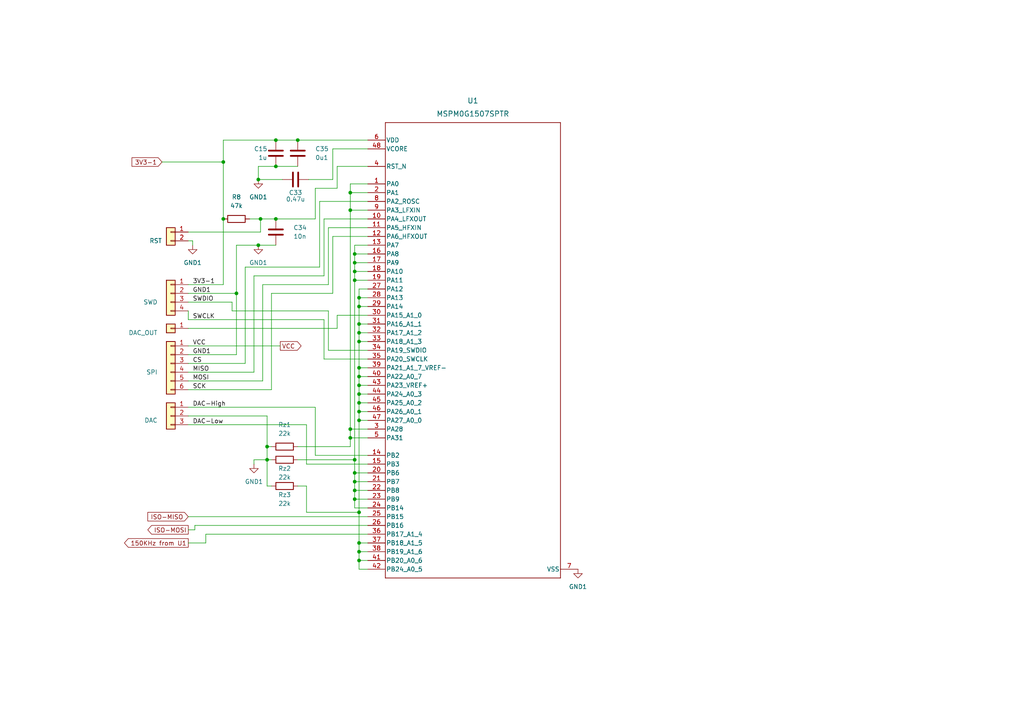
<source format=kicad_sch>
(kicad_sch (version 20230121) (generator eeschema)
  (paper "A4")
  (lib_symbols
    (symbol "Connector_Generic:Conn_01x01" (pin_names (offset 1.016) hide)
      (property "Reference" "J" (at 0 2.54 0))
      (property "Value" "Conn_01x01" (at 0 -2.54 0))
      (symbol "Conn_01x01_1_1"
        (rectangle (start -1.27 0.127) (end 0 -0.127) (stroke (width 0.1524)))
        (rectangle (start -1.27 1.27) (end 1.27 -1.27) (stroke (width 0.254)) (fill (type background)))
        (pin passive line (at -5.08 0 0) (length 3.81) (name "Pin_1") (number "1"))
      )
    )
    (symbol "Connector_Generic:Conn_01x02" (pin_names (offset 1.016) hide)
      (property "Reference" "J" (at 0 2.54 0))
      (property "Value" "Conn_01x02" (at 0 -5.08 0))
      (symbol "Conn_01x02_1_1"
        (rectangle (start -1.27 -2.413) (end 0 -2.667) (stroke (width 0.1524)))
        (rectangle (start -1.27 0.127) (end 0 -0.127) (stroke (width 0.1524)))
        (rectangle (start -1.27 1.27) (end 1.27 -3.81) (stroke (width 0.254)) (fill (type background)))
        (pin passive line (at -5.08 0 0) (length 3.81) (name "Pin_1") (number "1"))
        (pin passive line (at -5.08 -2.54 0) (length 3.81) (name "Pin_2") (number "2"))
      )
    )
    (symbol "Connector_Generic:Conn_01x03" (pin_names (offset 1.016) hide)
      (property "Reference" "J" (at 0 5.08 0))
      (property "Value" "Conn_01x03" (at 0 -5.08 0))
      (symbol "Conn_01x03_1_1"
        (rectangle (start -1.27 -2.413) (end 0 -2.667) (stroke (width 0.1524)))
        (rectangle (start -1.27 0.127) (end 0 -0.127) (stroke (width 0.1524)))
        (rectangle (start -1.27 2.667) (end 0 2.413) (stroke (width 0.1524)))
        (rectangle (start -1.27 3.81) (end 1.27 -3.81) (stroke (width 0.254)) (fill (type background)))
        (pin passive line (at -5.08 2.54 0) (length 3.81) (name "Pin_1") (number "1"))
        (pin passive line (at -5.08 0 0) (length 3.81) (name "Pin_2") (number "2"))
        (pin passive line (at -5.08 -2.54 0) (length 3.81) (name "Pin_3") (number "3"))
      )
    )
    (symbol "Connector_Generic:Conn_01x04" (pin_names (offset 1.016) hide)
      (property "Reference" "J" (at 0 5.08 0))
      (property "Value" "Conn_01x04" (at 0 -7.62 0))
      (symbol "Conn_01x04_1_1"
        (rectangle (start -1.27 -4.953) (end 0 -5.207) (stroke (width 0.1524)))
        (rectangle (start -1.27 -2.413) (end 0 -2.667) (stroke (width 0.1524)))
        (rectangle (start -1.27 0.127) (end 0 -0.127) (stroke (width 0.1524)))
        (rectangle (start -1.27 2.667) (end 0 2.413) (stroke (width 0.1524)))
        (rectangle (start -1.27 3.81) (end 1.27 -6.35) (stroke (width 0.254)) (fill (type background)))
        (pin passive line (at -5.08 2.54 0) (length 3.81) (name "Pin_1") (number "1"))
        (pin passive line (at -5.08 0 0) (length 3.81) (name "Pin_2") (number "2"))
        (pin passive line (at -5.08 -2.54 0) (length 3.81) (name "Pin_3") (number "3"))
        (pin passive line (at -5.08 -5.08 0) (length 3.81) (name "Pin_4") (number "4"))
      )
    )
    (symbol "Connector_Generic:Conn_01x06" (pin_names (offset 1.016) hide)
      (property "Reference" "SPI1" (at 3.81 0 0))
      (symbol "Conn_01x06_1_1"
        (rectangle (start -1.27 -7.493) (end 0 -7.747) (stroke (width 0.1524)))
        (rectangle (start -1.27 -4.953) (end 0 -5.207) (stroke (width 0.1524)))
        (rectangle (start -1.27 -2.413) (end 0 -2.667) (stroke (width 0.1524)))
        (rectangle (start -1.27 0.127) (end 0 -0.127) (stroke (width 0.1524)))
        (rectangle (start -1.27 2.667) (end 0 2.413) (stroke (width 0.1524)))
        (rectangle (start -1.27 5.207) (end 0 4.953) (stroke (width 0.1524)))
        (rectangle (start -1.27 6.35) (end 1.27 -8.89) (stroke (width 0.254)) (fill (type background)))
        (pin power_out line (at -5.08 5.08 0) (length 3.81) (name "Pin_1") (number "1"))
        (pin power_out line (at -5.08 2.54 0) (length 3.81) (name "Pin_2") (number "2"))
        (pin passive line (at -5.08 0 0) (length 3.81) (name "Pin_3") (number "3"))
        (pin passive line (at -5.08 -2.54 0) (length 3.81) (name "Pin_4") (number "4"))
        (pin passive line (at -5.08 -5.08 0) (length 3.81) (name "Pin_5") (number "5"))
        (pin passive line (at -5.08 -7.62 0) (length 3.81) (name "Pin_6") (number "6"))
      )
    )
    (symbol "Device:C" (pin_numbers hide) (pin_names (offset 0.254))
      (property "Reference" "C" (at 0.635 2.54 0))
      (property "Value" "C" (at 0.635 -2.54 0))
      (symbol "C_0_1"
        (polyline (pts (xy -2.032 -0.762) (xy 2.032 -0.762)) (stroke (width 0.508)))
        (polyline (pts (xy -2.032 0.762) (xy 2.032 0.762)) (stroke (width 0.508)))
      )
      (symbol "C_1_1"
        (pin passive line (at 0 3.81 270) (length 2.794) (name "~") (number "1"))
        (pin passive line (at 0 -3.81 90) (length 2.794) (name "~") (number "2"))
      )
    )
    (symbol "Device:R" (pin_numbers hide) (pin_names (offset 0))
      (property "Reference" "R" (at 2.032 0 90))
      (property "Value" "R" (at 0 0 90))
      (symbol "R_0_1"
        (rectangle (start -1.016 -2.54) (end 1.016 2.54) (stroke (width 0.254)))
      )
      (symbol "R_1_1"
        (pin passive line (at 0 3.81 270) (length 1.27) (name "~") (number "1"))
        (pin passive line (at 0 -3.81 90) (length 1.27) (name "~") (number "2"))
      )
    )
    (symbol "MSPM0G1507SPTR:MSPM0G1507SPTR" (pin_names (offset 0.254))
      (property "Reference" "U" (at 0 2.54 0))
      (property "Value" "MSPM0G1507SPTR" (at 0 0 0))
      (symbol "MSPM0G1507SPTR_0_1"
        (polyline (pts (xy 5.08 -127) (xy 55.88 -127)) (stroke (width 0.2032)))
        (polyline (pts (xy 5.08 5.08) (xy 5.08 -127)) (stroke (width 0.2032)))
        (polyline (pts (xy 55.88 -127) (xy 55.88 5.08)) (stroke (width 0.2032)))
        (polyline (pts (xy 55.88 5.08) (xy 5.08 5.08)) (stroke (width 0.2032)))
        (pin bidirectional line (at 0 -12.7 0) (length 5.08) (name "PA0") (number "1"))
        (pin bidirectional line (at 0 -22.86 0) (length 5.08) (name "PA4_LFXOUT") (number "10"))
        (pin bidirectional line (at 0 -25.4 0) (length 5.08) (name "PA5_HFXIN") (number "11"))
        (pin bidirectional line (at 0 -27.94 0) (length 5.08) (name "PA6_HFXOUT") (number "12"))
        (pin bidirectional line (at 0 -30.48 0) (length 5.08) (name "PA7") (number "13"))
        (pin bidirectional line (at 0 -91.44 0) (length 5.08) (name "PB2") (number "14"))
        (pin bidirectional line (at 0 -93.98 0) (length 5.08) (name "PB3") (number "15"))
        (pin bidirectional line (at 0 -33.02 0) (length 5.08) (name "PA8") (number "16"))
        (pin bidirectional line (at 0 -35.56 0) (length 5.08) (name "PA9") (number "17"))
        (pin bidirectional line (at 0 -38.1 0) (length 5.08) (name "PA10") (number "18"))
        (pin bidirectional line (at 0 -40.64 0) (length 5.08) (name "PA11") (number "19"))
        (pin bidirectional line (at 0 -15.24 0) (length 5.08) (name "PA1") (number "2"))
        (pin bidirectional line (at 0 -96.52 0) (length 5.08) (name "PB6") (number "20"))
        (pin bidirectional line (at 0 -99.06 0) (length 5.08) (name "PB7") (number "21"))
        (pin bidirectional line (at 0 -101.6 0) (length 5.08) (name "PB8") (number "22"))
        (pin bidirectional line (at 0 -104.14 0) (length 5.08) (name "PB9") (number "23"))
        (pin bidirectional line (at 0 -106.68 0) (length 5.08) (name "PB14") (number "24"))
        (pin bidirectional line (at 0 -109.22 0) (length 5.08) (name "PB15") (number "25"))
        (pin bidirectional line (at 0 -111.76 0) (length 5.08) (name "PB16") (number "26"))
        (pin bidirectional line (at 0 -43.18 0) (length 5.08) (name "PA12") (number "27"))
        (pin bidirectional line (at 0 -45.72 0) (length 5.08) (name "PA13") (number "28"))
        (pin bidirectional line (at 0 -48.26 0) (length 5.08) (name "PA14") (number "29"))
        (pin bidirectional line (at 0 -83.82 0) (length 5.08) (name "PA28") (number "3"))
        (pin bidirectional line (at 0 -50.8 0) (length 5.08) (name "PA15_A1_0") (number "30"))
        (pin bidirectional line (at 0 -53.34 0) (length 5.08) (name "PA16_A1_1") (number "31"))
        (pin bidirectional line (at 0 -55.88 0) (length 5.08) (name "PA17_A1_2") (number "32"))
        (pin bidirectional line (at 0 -58.42 0) (length 5.08) (name "PA18_A1_3") (number "33"))
        (pin bidirectional line (at 0 -60.96 0) (length 5.08) (name "PA19_SWDIO") (number "34"))
        (pin bidirectional line (at 0 -63.5 0) (length 5.08) (name "PA20_SWCLK") (number "35"))
        (pin bidirectional line (at 0 -114.3 0) (length 5.08) (name "PB17_A1_4") (number "36"))
        (pin bidirectional line (at 0 -116.84 0) (length 5.08) (name "PB18_A1_5") (number "37"))
        (pin bidirectional line (at 0 -119.38 0) (length 5.08) (name "PB19_A1_6") (number "38"))
        (pin bidirectional line (at 0 -66.04 0) (length 5.08) (name "PA21_A1_7_VREF-") (number "39"))
        (pin input line (at 0 -7.62 0) (length 5.08) (name "RST_N") (number "4"))
        (pin bidirectional line (at 0 -68.58 0) (length 5.08) (name "PA22_A0_7") (number "40"))
        (pin bidirectional line (at 0 -121.92 0) (length 5.08) (name "PB20_A0_6") (number "41"))
        (pin bidirectional line (at 0 -124.46 0) (length 5.08) (name "PB24_A0_5") (number "42"))
        (pin bidirectional line (at 0 -71.12 0) (length 5.08) (name "PA23_VREF+") (number "43"))
        (pin bidirectional line (at 0 -73.66 0) (length 5.08) (name "PA24_A0_3") (number "44"))
        (pin bidirectional line (at 0 -76.2 0) (length 5.08) (name "PA25_A0_2") (number "45"))
        (pin bidirectional line (at 0 -78.74 0) (length 5.08) (name "PA26_A0_1") (number "46"))
        (pin bidirectional line (at 0 -81.28 0) (length 5.08) (name "PA27_A0_0") (number "47"))
        (pin power_in line (at 0 -2.54 0) (length 5.08) (name "VCORE") (number "48"))
        (pin bidirectional line (at 0 -86.36 0) (length 5.08) (name "PA31") (number "5"))
        (pin power_in line (at 0 0 0) (length 5.08) (name "VDD") (number "6"))
        (pin power_in line (at 60.96 -124.46 180) (length 5.08) (name "VSS") (number "7"))
        (pin bidirectional line (at 0 -17.78 0) (length 5.08) (name "PA2_ROSC") (number "8"))
        (pin bidirectional line (at 0 -20.32 0) (length 5.08) (name "PA3_LFXIN") (number "9"))
      )
    )
    (symbol "power:GND1" (power) (pin_names (offset 0))
      (property "Value" "GND1" (at 0 -3.81 0))
      (symbol "GND1_0_1"
        (polyline (pts (xy 0 0) (xy 0 -1.27) (xy 1.27 -1.27) (xy 0 -2.54) (xy -1.27 -1.27) (xy 0 -1.27)))
      )
      (symbol "GND1_1_1"
        (pin power_in line (at 0 0 270) (length 0) hide (name "GND1") (number "1"))
      )
    )
  )
  (junction (at 77.47 133.35))
  (junction (at 104.14 99.06))
  (junction (at 74.93 52.07))
  (junction (at 104.14 111.76))
  (junction (at 74.93 71.12))
  (junction (at 102.87 73.66))
  (junction (at 101.6 124.46))
  (junction (at 104.14 119.38))
  (junction (at 64.77 46.99))
  (junction (at 101.6 127))
  (junction (at 86.36 40.64))
  (junction (at 102.87 133.35))
  (junction (at 104.14 114.3))
  (junction (at 104.14 116.84))
  (junction (at 64.77 63.5))
  (junction (at 75.565 63.5))
  (junction (at 77.47 129.54))
  (junction (at 104.14 162.56))
  (junction (at 102.87 144.78))
  (junction (at 104.14 86.36))
  (junction (at 102.87 81.28))
  (junction (at 80.01 40.64))
  (junction (at 68.58 85.09))
  (junction (at 80.01 48.26))
  (junction (at 104.14 106.68))
  (junction (at 80.01 63.5))
  (junction (at 102.87 76.2))
  (junction (at 102.87 139.7))
  (junction (at 104.14 109.22))
  (junction (at 104.14 96.52))
  (junction (at 104.14 160.02))
  (junction (at 104.14 93.98))
  (junction (at 102.87 142.24))
  (junction (at 102.87 78.74))
  (junction (at 102.87 137.16))
  (junction (at 101.6 60.96))
  (junction (at 101.6 55.88))
  (junction (at 104.14 148.59))
  (junction (at 104.14 88.9))
  (junction (at 104.14 121.92))
  (junction (at 104.14 157.48))
  (wire (pts (xy 106.68 139.7) (xy 102.87 139.7)))
  (wire (pts (xy 102.87 147.32) (xy 102.87 144.78)))
  (wire (pts (xy 96.52 85.09) (xy 78.74 85.09)))
  (wire (pts (xy 102.87 71.12) (xy 102.87 73.66)))
  (wire (pts (xy 95.25 90.17) (xy 67.31 90.17)))
  (wire (pts (xy 97.79 54.61) (xy 91.44 54.61)))
  (wire (pts (xy 72.39 63.5) (xy 75.565 63.5)))
  (wire (pts (xy 78.74 133.35) (xy 77.47 133.35)))
  (wire (pts (xy 96.52 68.58) (xy 96.52 85.09)))
  (wire (pts (xy 102.87 142.24) (xy 102.87 139.7)))
  (wire (pts (xy 54.61 157.48) (xy 59.69 157.48)))
  (wire (pts (xy 68.58 71.12) (xy 74.93 71.12)))
  (wire (pts (xy 102.87 81.28) (xy 106.68 81.28)))
  (wire (pts (xy 97.79 48.26) (xy 97.79 54.61)))
  (wire (pts (xy 104.14 83.82) (xy 104.14 86.36)))
  (wire (pts (xy 104.14 96.52) (xy 104.14 99.06)))
  (wire (pts (xy 54.61 120.65) (xy 77.47 120.65)))
  (wire (pts (xy 91.44 118.11) (xy 54.61 118.11)))
  (wire (pts (xy 54.61 95.25) (xy 97.79 95.25)))
  (wire (pts (xy 106.68 137.16) (xy 102.87 137.16)))
  (wire (pts (xy 93.98 80.01) (xy 93.98 63.5)))
  (wire (pts (xy 54.61 67.31) (xy 75.565 67.31)))
  (wire (pts (xy 77.47 129.54) (xy 77.47 133.35)))
  (wire (pts (xy 104.14 119.38) (xy 106.68 119.38)))
  (wire (pts (xy 104.14 86.36) (xy 104.14 88.9)))
  (wire (pts (xy 78.74 129.54) (xy 77.47 129.54)))
  (wire (pts (xy 75.565 63.5) (xy 80.01 63.5)))
  (wire (pts (xy 92.71 58.42) (xy 92.71 77.47)))
  (wire (pts (xy 89.535 52.07) (xy 96.52 52.07)))
  (wire (pts (xy 101.6 53.34) (xy 101.6 55.88)))
  (wire (pts (xy 54.61 107.95) (xy 73.66 107.95)))
  (wire (pts (xy 102.87 76.2) (xy 102.87 78.74)))
  (wire (pts (xy 95.25 82.55) (xy 76.2 82.55)))
  (wire (pts (xy 102.87 144.78) (xy 102.87 142.24)))
  (wire (pts (xy 106.68 48.26) (xy 97.79 48.26)))
  (wire (pts (xy 106.68 83.82) (xy 104.14 83.82)))
  (wire (pts (xy 54.61 102.87) (xy 68.58 102.87)))
  (wire (pts (xy 77.47 133.35) (xy 73.66 133.35)))
  (wire (pts (xy 54.61 123.19) (xy 88.9 123.19)))
  (wire (pts (xy 104.14 157.48) (xy 106.68 157.48)))
  (wire (pts (xy 54.61 82.55) (xy 64.77 82.55)))
  (wire (pts (xy 102.87 137.16) (xy 102.87 133.35)))
  (wire (pts (xy 104.14 99.06) (xy 106.68 99.06)))
  (wire (pts (xy 106.68 132.08) (xy 91.44 132.08)))
  (wire (pts (xy 104.14 109.22) (xy 106.68 109.22)))
  (wire (pts (xy 75.565 67.31) (xy 75.565 63.5)))
  (wire (pts (xy 104.14 96.52) (xy 106.68 96.52)))
  (wire (pts (xy 106.68 147.32) (xy 102.87 147.32)))
  (wire (pts (xy 96.52 43.18) (xy 106.68 43.18)))
  (wire (pts (xy 78.74 113.03) (xy 54.61 113.03)))
  (wire (pts (xy 104.14 114.3) (xy 106.68 114.3)))
  (wire (pts (xy 73.66 107.95) (xy 73.66 80.01)))
  (wire (pts (xy 104.14 99.06) (xy 104.14 106.68)))
  (wire (pts (xy 104.14 148.59) (xy 88.9 148.59)))
  (wire (pts (xy 101.6 124.46) (xy 106.68 124.46)))
  (wire (pts (xy 106.68 55.88) (xy 101.6 55.88)))
  (wire (pts (xy 68.58 102.87) (xy 68.58 85.09)))
  (wire (pts (xy 104.14 106.68) (xy 104.14 109.22)))
  (wire (pts (xy 54.61 85.09) (xy 68.58 85.09)))
  (wire (pts (xy 102.87 81.28) (xy 102.87 133.35)))
  (wire (pts (xy 106.68 144.78) (xy 102.87 144.78)))
  (wire (pts (xy 88.9 123.19) (xy 88.9 134.62)))
  (wire (pts (xy 54.61 149.86) (xy 106.68 149.86)))
  (wire (pts (xy 78.74 85.09) (xy 78.74 113.03)))
  (wire (pts (xy 54.61 100.33) (xy 81.28 100.33)))
  (wire (pts (xy 104.14 106.68) (xy 106.68 106.68)))
  (wire (pts (xy 54.61 69.85) (xy 55.88 69.85)))
  (wire (pts (xy 77.47 120.65) (xy 77.47 129.54)))
  (wire (pts (xy 104.14 160.02) (xy 104.14 157.48)))
  (wire (pts (xy 106.68 68.58) (xy 96.52 68.58)))
  (wire (pts (xy 74.93 71.12) (xy 80.01 71.12)))
  (wire (pts (xy 95.25 66.04) (xy 95.25 82.55)))
  (wire (pts (xy 91.44 54.61) (xy 91.44 63.5)))
  (wire (pts (xy 64.77 40.64) (xy 80.01 40.64)))
  (wire (pts (xy 104.14 114.3) (xy 104.14 116.84)))
  (wire (pts (xy 102.87 73.66) (xy 102.87 76.2)))
  (wire (pts (xy 59.69 154.94) (xy 59.69 157.48)))
  (wire (pts (xy 76.2 82.55) (xy 76.2 110.49)))
  (wire (pts (xy 80.01 48.26) (xy 74.93 48.26)))
  (wire (pts (xy 81.915 52.07) (xy 74.93 52.07)))
  (wire (pts (xy 104.14 93.98) (xy 104.14 96.52)))
  (wire (pts (xy 80.01 48.26) (xy 86.36 48.26)))
  (wire (pts (xy 95.25 90.17) (xy 95.25 101.6)))
  (wire (pts (xy 93.98 63.5) (xy 106.68 63.5)))
  (wire (pts (xy 104.14 121.92) (xy 106.68 121.92)))
  (wire (pts (xy 78.74 140.97) (xy 77.47 140.97)))
  (wire (pts (xy 71.12 105.41) (xy 54.61 105.41)))
  (wire (pts (xy 88.9 148.59) (xy 88.9 140.97)))
  (wire (pts (xy 102.87 139.7) (xy 102.87 137.16)))
  (wire (pts (xy 71.12 77.47) (xy 92.71 77.47)))
  (wire (pts (xy 64.77 40.64) (xy 64.77 46.99)))
  (wire (pts (xy 88.9 140.97) (xy 86.36 140.97)))
  (wire (pts (xy 104.14 88.9) (xy 104.14 93.98)))
  (wire (pts (xy 104.14 162.56) (xy 104.14 160.02)))
  (wire (pts (xy 64.77 46.99) (xy 64.77 63.5)))
  (wire (pts (xy 102.87 78.74) (xy 102.87 81.28)))
  (wire (pts (xy 106.68 127) (xy 101.6 127)))
  (wire (pts (xy 106.68 88.9) (xy 104.14 88.9)))
  (wire (pts (xy 73.66 80.01) (xy 93.98 80.01)))
  (wire (pts (xy 102.87 76.2) (xy 106.68 76.2)))
  (wire (pts (xy 55.88 69.85) (xy 55.88 71.12)))
  (wire (pts (xy 74.93 48.26) (xy 74.93 52.07)))
  (wire (pts (xy 104.14 116.84) (xy 104.14 119.38)))
  (wire (pts (xy 101.6 60.96) (xy 101.6 124.46)))
  (wire (pts (xy 101.6 129.54) (xy 101.6 127)))
  (wire (pts (xy 106.68 71.12) (xy 102.87 71.12)))
  (wire (pts (xy 93.98 104.14) (xy 106.68 104.14)))
  (wire (pts (xy 77.47 140.97) (xy 77.47 133.35)))
  (wire (pts (xy 106.68 73.66) (xy 102.87 73.66)))
  (wire (pts (xy 104.14 116.84) (xy 106.68 116.84)))
  (wire (pts (xy 88.9 134.62) (xy 106.68 134.62)))
  (wire (pts (xy 95.25 101.6) (xy 106.68 101.6)))
  (wire (pts (xy 80.01 40.64) (xy 86.36 40.64)))
  (wire (pts (xy 73.66 133.35) (xy 73.66 134.62)))
  (wire (pts (xy 64.77 82.55) (xy 64.77 63.5)))
  (wire (pts (xy 56.515 152.4) (xy 106.68 152.4)))
  (wire (pts (xy 101.6 127) (xy 101.6 124.46)))
  (wire (pts (xy 95.25 66.04) (xy 106.68 66.04)))
  (wire (pts (xy 106.68 154.94) (xy 59.69 154.94)))
  (wire (pts (xy 104.14 162.56) (xy 106.68 162.56)))
  (wire (pts (xy 101.6 55.88) (xy 101.6 60.96)))
  (wire (pts (xy 106.68 165.1) (xy 104.14 165.1)))
  (wire (pts (xy 67.31 87.63) (xy 54.61 87.63)))
  (wire (pts (xy 104.14 165.1) (xy 104.14 162.56)))
  (wire (pts (xy 97.79 91.44) (xy 97.79 95.25)))
  (wire (pts (xy 102.87 78.74) (xy 106.68 78.74)))
  (wire (pts (xy 106.68 93.98) (xy 104.14 93.98)))
  (wire (pts (xy 104.14 109.22) (xy 104.14 111.76)))
  (wire (pts (xy 56.515 153.67) (xy 54.61 153.67)))
  (wire (pts (xy 104.14 160.02) (xy 106.68 160.02)))
  (wire (pts (xy 54.61 92.71) (xy 93.98 92.71)))
  (wire (pts (xy 106.68 53.34) (xy 101.6 53.34)))
  (wire (pts (xy 106.68 142.24) (xy 102.87 142.24)))
  (wire (pts (xy 104.14 111.76) (xy 106.68 111.76)))
  (wire (pts (xy 106.68 86.36) (xy 104.14 86.36)))
  (wire (pts (xy 86.36 40.64) (xy 106.68 40.64)))
  (wire (pts (xy 71.12 77.47) (xy 71.12 105.41)))
  (wire (pts (xy 106.68 58.42) (xy 92.71 58.42)))
  (wire (pts (xy 104.14 119.38) (xy 104.14 121.92)))
  (wire (pts (xy 68.58 85.09) (xy 68.58 71.12)))
  (wire (pts (xy 46.99 46.99) (xy 64.77 46.99)))
  (wire (pts (xy 54.61 92.71) (xy 54.61 90.17)))
  (wire (pts (xy 101.6 60.96) (xy 106.68 60.96)))
  (wire (pts (xy 101.6 129.54) (xy 86.36 129.54)))
  (wire (pts (xy 93.98 92.71) (xy 93.98 104.14)))
  (wire (pts (xy 104.14 121.92) (xy 104.14 148.59)))
  (wire (pts (xy 76.2 110.49) (xy 54.61 110.49)))
  (wire (pts (xy 96.52 52.07) (xy 96.52 43.18)))
  (wire (pts (xy 56.515 152.4) (xy 56.515 153.67)))
  (wire (pts (xy 91.44 63.5) (xy 80.01 63.5)))
  (wire (pts (xy 104.14 111.76) (xy 104.14 114.3)))
  (wire (pts (xy 97.79 91.44) (xy 106.68 91.44)))
  (wire (pts (xy 86.36 133.35) (xy 102.87 133.35)))
  (wire (pts (xy 67.31 90.17) (xy 67.31 87.63)))
  (wire (pts (xy 91.44 132.08) (xy 91.44 118.11)))
  (wire (pts (xy 104.14 148.59) (xy 104.14 157.48)))
  (label "MOSI" (at 55.88 110.49 0))
  (label "DAC-Low" (at 55.88 123.19 0))
  (label "GND1" (at 55.88 85.09 0))
  (label "SWCLK" (at 55.88 92.71 0))
  (label "MISO" (at 55.88 107.95 0))
  (label "DAC-High" (at 55.88 118.11 0))
  (label "SWDIO" (at 55.88 87.63 0))
  (label "GND1" (at 55.88 102.87 0))
  (label "SCK" (at 55.88 113.03 0))
  (label "VCC" (at 55.88 100.33 0))
  (label "3V3-1" (at 55.88 82.55 0))
  (label "CS" (at 55.88 105.41 0))
  (global_label "150KHz from U1" (shape output) (at 54.61 157.48 180) (property "Intersheetrefs" "${INTERSHEET_REFS}" (effects hide)))
  (global_label "3V3-1" (shape input) (at 46.99 46.99 180) (property "Intersheetrefs" "${INTERSHEET_REFS}" (effects hide)))
  (global_label "ISO-MISO" (shape input) (at 54.61 149.86 180) (property "Intersheetrefs" "${INTERSHEET_REFS}" (effects hide)))
  (global_label "ISO-MOSI" (shape output) (at 54.61 153.67 180) (property "Intersheetrefs" "${INTERSHEET_REFS}" (effects hide)))
  (global_label "VCC" (shape output) (at 81.28 100.33 0) (property "Intersheetrefs" "${INTERSHEET_REFS}" (effects hide)))
  (symbol (lib_id "MSPM0G1507SPTR:MSPM0G1507SPTR") (at 106.68 40.64 0) (unit 1)
    (property "Reference" "U1" (at 137.16 29.21 0) (effects (font (size 1.524 1.524))))
    (property "Value" "MSPM0G1507SPTR" (at 137.16 33.02 0) (effects (font (size 1.524 1.524))))
    (property "Footprint" "Package_QFP:LQFP-48_7x7mm_P0.5mm" (effects hide))
    (property "Datasheet" "MSPM0G1507SPTR" (effects hide))
  )
  (symbol (lib_id "Device:R") (at 68.58 63.5 90) (unit 1)
    (property "Reference" "R8" (at 68.58 57.15 90))
    (property "Value" "47k" (at 68.58 59.69 90))
    (property "Footprint" "Resistor_SMD:R_0603_1608Metric" (effects hide))
  )
  (symbol (lib_id "power:GND1") (at 74.93 71.12 0) (unit 1)
    (property "Reference" "#PWR02" (effects hide))
    (property "Value" "GND1" (at 74.93 76.2 0))
  )
  (symbol (lib_id "Connector_Generic:Conn_01x01") (at 49.53 95.25 0) (mirror y) (unit 1)
    (property "Reference" "J1" (effects hide))
    (property "Value" "DAC_OUT" (at 45.72 96.52 0) (effects (justify left)))
    (property "Footprint" "Connector_PinHeader_2.54mm:PinHeader_1x01_P2.54mm_Vertical" (effects hide))
  )
  (symbol (lib_id "power:GND1") (at 167.64 165.1 0) (unit 1)
    (property "Reference" "#PWR03" (effects hide))
    (property "Value" "GND1" (at 167.64 170.18 0))
  )
  (symbol (lib_id "Device:R") (at 82.55 133.35 270) (unit 1)
    (property "Reference" "Rz2" (at 82.55 135.89 90))
    (property "Value" "22k" (at 82.55 138.43 90))
    (property "Footprint" "Resistor_SMD:R_0603_1608Metric" (effects hide))
  )
  (symbol (lib_id "Device:R") (at 82.55 129.54 270) (unit 1)
    (property "Reference" "Rz1" (at 82.55 123.19 90))
    (property "Value" "22k" (at 82.55 125.73 90))
    (property "Footprint" "Resistor_SMD:R_0603_1608Metric" (effects hide))
  )
  (symbol (lib_id "Device:R") (at 82.55 140.97 270) (unit 1)
    (property "Reference" "Rz3" (at 82.55 143.51 90))
    (property "Value" "22k" (at 82.55 146.05 90))
    (property "Footprint" "Resistor_SMD:R_0603_1608Metric" (effects hide))
  )
  (symbol (lib_id "Connector_Generic:Conn_01x03") (at 49.53 120.65 0) (mirror y) (unit 1)
    (property "Reference" "J4" (effects hide))
    (property "Value" "DAC" (at 45.72 121.92 0) (effects (justify left)))
    (property "Footprint" "Connector_PinHeader_2.54mm:PinHeader_1x03_P2.54mm_Vertical" (effects hide))
  )
  (symbol (lib_id "power:GND1") (at 74.93 52.07 0) (unit 1)
    (property "Reference" "#PWR010" (effects hide))
    (property "Value" "GND1" (at 74.93 57.15 0))
  )
  (symbol (lib_id "Device:C") (at 86.36 44.45 0) (unit 1)
    (property "Reference" "C35" (at 91.44 43.1799 0) (effects (justify left)))
    (property "Value" "0u1" (at 91.44 45.7199 0) (effects (justify left)))
    (property "Footprint" "Capacitor_SMD:C_0402_1005Metric" (effects hide))
  )
  (symbol (lib_id "Connector_Generic:Conn_01x04") (at 49.53 85.09 0) (mirror y) (unit 1)
    (property "Reference" "J5" (effects hide))
    (property "Value" "SWD" (at 45.72 87.63 0) (effects (justify left)))
    (property "Footprint" "Connector_PinHeader_2.54mm:PinHeader_1x04_P2.54mm_Vertical" (effects hide))
  )
  (symbol (lib_id "Device:C") (at 80.01 44.45 0) (unit 1)
    (property "Reference" "C15" (at 73.66 43.18 0) (effects (justify left)))
    (property "Value" "1u" (at 74.93 45.72 0) (effects (justify left)))
    (property "Footprint" "Capacitor_SMD:C_0402_1005Metric" (effects hide))
  )
  (symbol (lib_id "Device:C") (at 85.725 52.07 270) (unit 1)
    (property "Reference" "C33" (at 85.725 55.88 90))
    (property "Value" "0.47u" (at 85.725 57.785 90))
    (property "Footprint" "Capacitor_SMD:C_0402_1005Metric" (effects hide))
  )
  (symbol (lib_id "Connector_Generic:Conn_01x02") (at 49.53 67.31 0) (mirror y) (unit 1)
    (property "Reference" "J3" (effects hide))
    (property "Value" "RST" (at 46.99 69.85 0) (effects (justify left)))
    (property "Footprint" "Connector_PinHeader_2.54mm:PinHeader_1x02_P2.54mm_Vertical" (effects hide))
  )
  (symbol (lib_id "power:GND1") (at 55.88 71.12 0) (unit 1)
    (property "Reference" "#PWR09" (effects hide))
    (property "Value" "GND1" (at 55.88 76.2 0))
  )
  (symbol (lib_id "Connector_Generic:Conn_01x06") (at 49.53 105.41 0) (mirror y) (unit 1)
    (property "Reference" "J2" (effects hide))
    (property "Value" "SPI" (at 45.72 107.95 0) (effects (justify left)))
    (property "Footprint" "Connector_PinHeader_2.54mm:PinHeader_1x06_P2.54mm_Vertical" (effects hide))
  )
  (symbol (lib_id "power:GND1") (at 73.66 134.62 0) (unit 1)
    (property "Reference" "#PWR01" (effects hide))
    (property "Value" "GND1" (at 73.66 139.7 0))
  )
  (symbol (lib_id "Device:C") (at 80.01 67.31 0) (unit 1)
    (property "Reference" "C34" (at 85.09 66.0399 0) (effects (justify left)))
    (property "Value" "10n" (at 85.09 68.5799 0) (effects (justify left)))
    (property "Footprint" "Capacitor_SMD:C_0402_1005Metric" (effects hide))
  )
)
</source>
